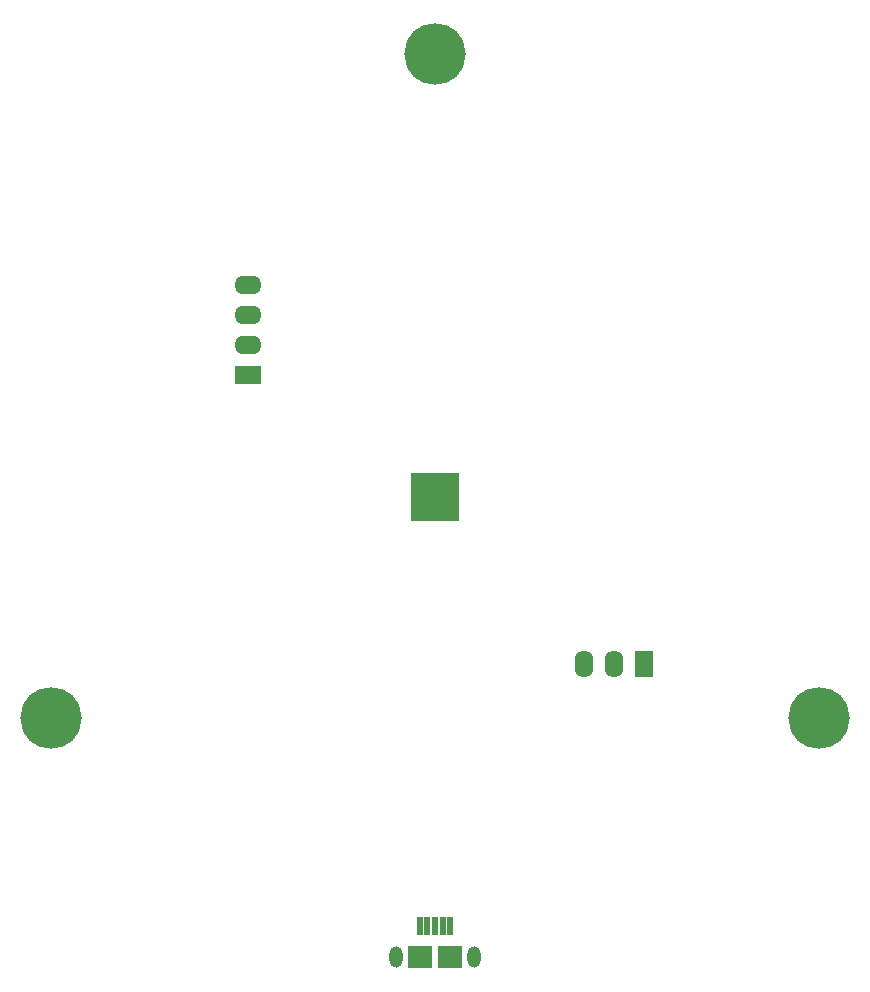
<source format=gbr>
%TF.GenerationSoftware,Altium Limited,Altium Designer,21.0.9 (235)*%
G04 Layer_Color=16711935*
%FSLAX44Y44*%
%MOMM*%
%TF.SameCoordinates,5481C346-4989-4D35-A572-F3394CBA5BAB*%
%TF.FilePolarity,Negative*%
%TF.FileFunction,Soldermask,Bot*%
%TF.Part,Single*%
G01*
G75*
%TA.AperFunction,ConnectorPad*%
%ADD57R,2.1032X1.8542*%
%ADD58R,0.6032X1.5532*%
%TA.AperFunction,ComponentPad*%
G04:AMPARAMS|DCode=59|XSize=1.1032mm|YSize=1.8032mm|CornerRadius=0.5516mm|HoleSize=0mm|Usage=FLASHONLY|Rotation=180.000|XOffset=0mm|YOffset=0mm|HoleType=Round|Shape=RoundedRectangle|*
%AMROUNDEDRECTD59*
21,1,1.1032,0.7000,0,0,180.0*
21,1,0.0000,1.8032,0,0,180.0*
1,1,1.1032,0.0000,0.3500*
1,1,1.1032,0.0000,0.3500*
1,1,1.1032,0.0000,-0.3500*
1,1,1.1032,0.0000,-0.3500*
%
%ADD59ROUNDEDRECTD59*%
%ADD60R,1.6000X2.3000*%
%ADD61O,1.6000X2.3000*%
%ADD62R,4.1000X4.1000*%
%ADD63O,2.3000X1.6000*%
%ADD64R,2.3000X1.6000*%
%ADD65C,5.2032*%
D57*
X12700Y-390000D02*
D03*
X-13000Y-390000D02*
D03*
D58*
X13000Y-363250D02*
D03*
X6500Y-363250D02*
D03*
X0D02*
D03*
X-6500D02*
D03*
X-13000D02*
D03*
D59*
X33000Y-390000D02*
D03*
X-33000D02*
D03*
D60*
X177038Y-141478D02*
D03*
D61*
X151638Y-141478D02*
D03*
X126238Y-141478D02*
D03*
D62*
X0Y0D02*
D03*
D63*
X-158750Y179324D02*
D03*
X-158750Y128524D02*
D03*
Y153924D02*
D03*
D64*
X-158750Y103124D02*
D03*
D65*
X324759Y-187500D02*
D03*
X0Y375000D02*
D03*
X-324759Y-187500D02*
D03*
%TF.MD5,33b3f56a918cee4b18629e910a080ed8*%
M02*

</source>
